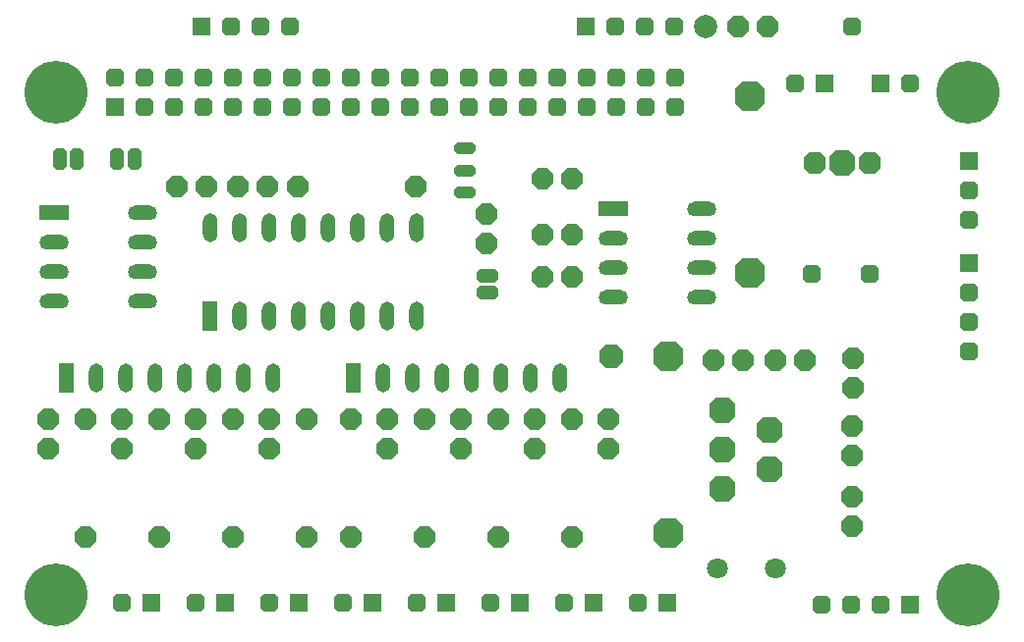
<source format=gbs>
%FSLAX35Y35*%
%MOIN*%
%IN4=Loetstoppmaskeunten(X.GBS)*%
%ADD10C,0.00591*%
%ADD11C,0.00354*%
%ADD12C,0.00394*%
%ADD13C,0.00409*%
%ADD14C,0.00827*%
%ADD15C,0.01000*%
%ADD16C,0.01181*%
%ADD17C,0.01575*%
%ADD18C,0.01969*%
%ADD19C,0.03937*%
%ADD20C,0.05906*%
%ADD21C,0.07087*%
%ADD22C,0.07874*%
%ADD23C,0.21323*%
%AMR_24*21,1,0.01575,0.01575,0,0,0.000*%
%ADD24R_24*%
%AMR_25*21,1,0.01772,0.01772,0,0,0.000*%
%ADD25R_25*%
%AMR_26*21,1,0.02165,0.02165,0,0,0.000*%
%ADD26R_26*%
%AMR_27*21,1,0.02362,0.02362,0,0,0.000*%
%ADD27R_27*%
%AMR_28*21,1,0.02500,0.02500,0,0,0.000*%
%ADD28R_28*%
%AMR_29*21,1,0.03150,0.03150,0,0,0.000*%
%ADD29R_29*%
%AMR_30*21,1,0.03543,0.03543,0,0,0.000*%
%ADD30R_30*%
%AMR_31*21,1,0.03937,0.03937,0,0,0.000*%
%ADD31R_31*%
%AMR_32*21,1,0.05000,0.09843,0,0,0.000*%
%ADD32R_32*%
%AMR_33*21,1,0.05000,0.10000,0,0,270.000*%
%ADD33R_33*%
%AMR_34*21,1,0.05331,0.05331,0,0,0.000*%
%ADD34R_34*%
%AMR_35*21,1,0.06299,0.06299,0,0,0.000*%
%ADD35R_35*%
%AMR_36*21,1,0.06299,0.06299,0,0,180.000*%
%ADD36R_36*%
%AMR_37*21,1,0.06299,0.06299,0,0,270.000*%
%ADD37R_37*%
%AMR_38*21,1,0.19685,0.19685,0,0,0.000*%
%ADD38R_38*%
%AMOCT_39*4,1,8,0.021654,0.024606,0.010827,0.035433,-0.010827,0.035433,-0.021654,0.024606,-0.021654,-0.024606,-0.010827,-0.035433,0.010827,-0.035433,0.021654,-0.024606,0.021654,0.024606,270.000*%
%ADD39OCT_39*%
%AMOCT_40*4,1,8,0.023622,0.023622,0.011811,0.035433,-0.011811,0.035433,-0.023622,0.023622,-0.023622,-0.023622,-0.011811,-0.035433,0.011811,-0.035433,0.023622,-0.023622,0.023622,0.023622,0.000*%
%ADD40OCT_40*%
%AMOCT_41*4,1,8,0.023622,0.023622,0.011811,0.035433,-0.011811,0.035433,-0.023622,0.023622,-0.023622,-0.023622,-0.011811,-0.035433,0.011811,-0.035433,0.023622,-0.023622,0.023622,0.023622,180.000*%
%ADD41OCT_41*%
%AMOCT_42*4,1,8,0.023622,0.023622,0.011811,0.035433,-0.011811,0.035433,-0.023622,0.023622,-0.023622,-0.023622,-0.011811,-0.035433,0.011811,-0.035433,0.023622,-0.023622,0.023622,0.023622,270.000*%
%ADD42OCT_42*%
%AMOCT_43*4,1,8,0.031496,0.015748,0.015748,0.031496,-0.015748,0.031496,-0.031496,0.015748,-0.031496,-0.015748,-0.015748,-0.031496,0.015748,-0.031496,0.031496,-0.015748,0.031496,0.015748,0.000*%
%ADD43OCT_43*%
%AMOCT_44*4,1,8,0.031496,0.015748,0.015748,0.031496,-0.015748,0.031496,-0.031496,0.015748,-0.031496,-0.015748,-0.015748,-0.031496,0.015748,-0.031496,0.031496,-0.015748,0.031496,0.015748,180.000*%
%ADD44OCT_44*%
%AMOCT_45*4,1,8,0.031496,0.015748,0.015748,0.031496,-0.015748,0.031496,-0.031496,0.015748,-0.031496,-0.015748,-0.015748,-0.031496,0.015748,-0.031496,0.031496,-0.015748,0.031496,0.015748,270.000*%
%ADD45OCT_45*%
%AMOCT_46*4,1,8,0.035433,0.017717,0.017717,0.035433,-0.017717,0.035433,-0.035433,0.017717,-0.035433,-0.017717,-0.017717,-0.035433,0.017717,-0.035433,0.035433,-0.017717,0.035433,0.017717,0.000*%
%ADD46OCT_46*%
%AMOCT_47*4,1,8,0.035433,0.017717,0.017717,0.035433,-0.017717,0.035433,-0.035433,0.017717,-0.035433,-0.017717,-0.017717,-0.035433,0.017717,-0.035433,0.035433,-0.017717,0.035433,0.017717,90.000*%
%ADD47OCT_47*%
%AMOCT_48*4,1,8,0.035433,0.017717,0.017717,0.035433,-0.017717,0.035433,-0.035433,0.017717,-0.035433,-0.017717,-0.017717,-0.035433,0.017717,-0.035433,0.035433,-0.017717,0.035433,0.017717,180.000*%
%ADD48OCT_48*%
%AMOCT_49*4,1,8,0.035433,0.017717,0.017717,0.035433,-0.017717,0.035433,-0.035433,0.017717,-0.035433,-0.017717,-0.017717,-0.035433,0.017717,-0.035433,0.035433,-0.017717,0.035433,0.017717,270.000*%
%ADD49OCT_49*%
%AMOCT_50*4,1,8,0.037402,0.018701,0.018701,0.037402,-0.018701,0.037402,-0.037402,0.018701,-0.037402,-0.018701,-0.018701,-0.037402,0.018701,-0.037402,0.037402,-0.018701,0.037402,0.018701,180.000*%
%ADD50OCT_50*%
%AMOCT_51*4,1,8,0.039370,0.019685,0.019685,0.039370,-0.019685,0.039370,-0.039370,0.019685,-0.039370,-0.019685,-0.019685,-0.039370,0.019685,-0.039370,0.039370,-0.019685,0.039370,0.019685,0.000*%
%ADD51OCT_51*%
%AMOCT_52*4,1,8,0.043307,0.021654,0.021654,0.043307,-0.021654,0.043307,-0.043307,0.021654,-0.043307,-0.021654,-0.021654,-0.043307,0.021654,-0.043307,0.043307,-0.021654,0.043307,0.021654,180.000*%
%ADD52OCT_52*%
%AMOCT_53*4,1,8,0.043307,0.021654,0.021654,0.043307,-0.021654,0.043307,-0.043307,0.021654,-0.043307,-0.021654,-0.021654,-0.043307,0.021654,-0.043307,0.043307,-0.021654,0.043307,0.021654,270.000*%
%ADD53OCT_53*%
%AMOCT_54*4,1,8,0.049213,0.024606,0.024606,0.049213,-0.024606,0.049213,-0.049213,0.024606,-0.049213,-0.024606,-0.024606,-0.049213,0.024606,-0.049213,0.049213,-0.024606,0.049213,0.024606,90.000*%
%ADD54OCT_54*%
%AMO_55*20,1,0.05000,0.00000,-0.02421,0.00000,0.02421,0*1,1,0.05000,0.00000,-0.02421*1,1,0.05000,0.00000,0.02421*%
%ADD55O_55*%
%AMO_56*20,1,0.05000,-0.02500,0.00000,0.02500,0.00000,0*1,1,0.05000,-0.02500,0.00000*1,1,0.05000,0.02500,0.00000*%
%ADD56O_56*%
%AMRR_57*21,1,0.06299,0.05039,0,0,0.000*21,1,0.05039,0.06299,0,0,0.000*1,1,0.01260,0.02520,0.02520*1,1,0.01260,-0.02520,-0.02520*1,1,0.01260,0.02520,-0.02520*1,1,0.01260,-0.02520,0.02520*%
%ADD57RR_57*%
%AMRR_58*21,1,0.15748,0.05315,0,0,270.000*21,1,0.13976,0.07087,0,0,270.000*1,1,0.01772,0.02657,-0.06988*1,1,0.01772,-0.02657,0.06988*1,1,0.01772,-0.02657,-0.06988*1,1,0.01772,0.02657,0.06988*%
%ADD58RR_58*%
G54D21*
X237032Y25000D03*
X256717Y25000D03*
G54D22*
X233125Y208750D03*
G54D23*
X12598Y15723D03*
X12598Y186589D03*
X322047Y186589D03*
X322047Y15723D03*
G54D32*
X65000Y110625D03*
X16250Y89375D03*
X113750Y89375D03*
G54D33*
X201799Y146799D03*
X11875Y145625D03*
G54D35*
X273437Y189687D03*
X292187Y189687D03*
G54D36*
X45000Y13125D03*
X70000Y13125D03*
X95000Y13125D03*
X120000Y13125D03*
X145000Y13125D03*
X170000Y13125D03*
X195000Y13125D03*
X220000Y13125D03*
X302187Y12500D03*
G54D37*
X322187Y128437D03*
X322187Y163125D03*
G54D39*
X151250Y167500D03*
X151250Y160000D03*
X151250Y152500D03*
G54D40*
X13922Y163750D03*
X19827Y163750D03*
G54D41*
X39202Y163750D03*
X33297Y163750D03*
G54D42*
X158953Y124291D03*
X158953Y118386D03*
G54D43*
X263437Y189687D03*
X302187Y189687D03*
X71875Y208750D03*
X81875Y208750D03*
X91875Y208750D03*
X202187Y208750D03*
X212187Y208750D03*
X222187Y208750D03*
X32500Y191562D03*
X42500Y181562D03*
X42500Y191562D03*
X52500Y181562D03*
X52500Y191562D03*
X62500Y181562D03*
X62500Y191562D03*
X72500Y181562D03*
X72500Y191562D03*
X82500Y181562D03*
X82500Y191562D03*
X92500Y181562D03*
X92500Y191562D03*
X102500Y181562D03*
X102500Y191562D03*
X112500Y181562D03*
X112500Y191562D03*
X122500Y181562D03*
X122500Y191562D03*
X132500Y181562D03*
X132500Y191562D03*
X142500Y181562D03*
X142500Y191562D03*
X152500Y181562D03*
X152500Y191562D03*
X162500Y181562D03*
X162500Y191562D03*
X172500Y181562D03*
X172500Y191562D03*
X182500Y181562D03*
X182500Y191562D03*
X192500Y181562D03*
X192500Y191562D03*
X202500Y181562D03*
X202500Y191562D03*
X212500Y181562D03*
X212500Y191562D03*
X222500Y181562D03*
X222500Y191562D03*
X282500Y208750D03*
G54D44*
X35000Y13125D03*
X60000Y13125D03*
X85000Y13125D03*
X110000Y13125D03*
X135000Y13125D03*
X160000Y13125D03*
X185000Y13125D03*
X210000Y13125D03*
X288592Y125000D03*
X268907Y125000D03*
X292187Y12500D03*
X282187Y12500D03*
X272187Y12500D03*
G54D45*
X322187Y118437D03*
X322187Y108437D03*
X322187Y98437D03*
X322187Y153125D03*
X322187Y143125D03*
G54D46*
X94687Y154375D03*
X134687Y154375D03*
X74375Y154375D03*
X84375Y154375D03*
X235625Y95625D03*
X245625Y95625D03*
G54D47*
X158642Y135091D03*
X158642Y145091D03*
X187500Y35625D03*
X187500Y75625D03*
X162500Y35625D03*
X162500Y75625D03*
X137500Y35625D03*
X137500Y75625D03*
X112500Y35625D03*
X112500Y75625D03*
X97500Y35625D03*
X97500Y75625D03*
X72500Y35625D03*
X72500Y75625D03*
X47500Y35625D03*
X47500Y75625D03*
X22500Y35625D03*
X22500Y75625D03*
X282500Y39062D03*
X282500Y49062D03*
X283125Y86250D03*
X283125Y96250D03*
G54D48*
X187500Y138125D03*
X177500Y138125D03*
X187500Y157187D03*
X177500Y157187D03*
X187500Y123750D03*
X177500Y123750D03*
X266562Y95625D03*
X256562Y95625D03*
X63750Y154375D03*
X53750Y154375D03*
X254062Y208750D03*
X244062Y208750D03*
G54D49*
X200000Y75625D03*
X200000Y65625D03*
X175000Y75625D03*
X175000Y65625D03*
X150000Y75625D03*
X150000Y65625D03*
X125000Y75625D03*
X125000Y65625D03*
X85000Y75625D03*
X85000Y65625D03*
X60000Y75625D03*
X60000Y65625D03*
X35000Y75625D03*
X35000Y65625D03*
X10000Y75625D03*
X10000Y65625D03*
X282812Y73125D03*
X282812Y63125D03*
G54D50*
X288784Y162677D03*
X269965Y162677D03*
G54D51*
X200937Y96875D03*
G54D52*
X279375Y162677D03*
G54D53*
X238796Y78698D03*
X254544Y72005D03*
X238796Y65312D03*
X254544Y58619D03*
X238796Y51926D03*
G54D54*
X247941Y125129D03*
X247941Y185129D03*
X220258Y36821D03*
X220258Y96821D03*
G54D55*
X75000Y110625D03*
X85000Y110625D03*
X95000Y110625D03*
X105000Y110625D03*
X115000Y110625D03*
X125000Y110625D03*
X135000Y110625D03*
X135000Y140625D03*
X125000Y140625D03*
X115000Y140625D03*
X105000Y140625D03*
X95000Y140625D03*
X85000Y140625D03*
X75000Y140625D03*
X65000Y140625D03*
X36250Y89375D03*
X46250Y89375D03*
X56250Y89375D03*
X66250Y89375D03*
X76250Y89375D03*
X86250Y89375D03*
X26250Y89375D03*
X133750Y89375D03*
X143750Y89375D03*
X153750Y89375D03*
X163750Y89375D03*
X173750Y89375D03*
X183750Y89375D03*
X123750Y89375D03*
G54D56*
X201799Y136799D03*
X201799Y126799D03*
X201799Y116799D03*
X231799Y116799D03*
X231799Y126799D03*
X231799Y136799D03*
X231799Y146799D03*
X11875Y135625D03*
X11875Y125625D03*
X11875Y115625D03*
X41875Y115625D03*
X41875Y125625D03*
X41875Y135625D03*
X41875Y145625D03*
G54D57*
X61875Y208750D03*
X192187Y208750D03*
X32500Y181562D03*
M02*

</source>
